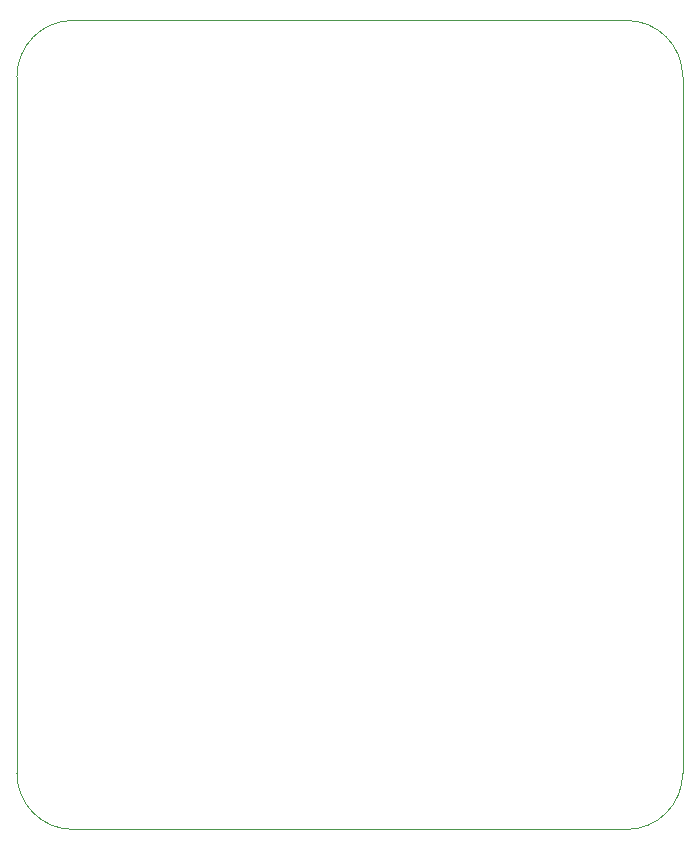
<source format=gbr>
%TF.GenerationSoftware,KiCad,Pcbnew,9.0.6*%
%TF.CreationDate,2025-11-30T17:52:58+02:00*%
%TF.ProjectId,laserboard,6c617365-7262-46f6-9172-642e6b696361,rev?*%
%TF.SameCoordinates,Original*%
%TF.FileFunction,Profile,NP*%
%FSLAX46Y46*%
G04 Gerber Fmt 4.6, Leading zero omitted, Abs format (unit mm)*
G04 Created by KiCad (PCBNEW 9.0.6) date 2025-11-30 17:52:58*
%MOMM*%
%LPD*%
G01*
G04 APERTURE LIST*
%TA.AperFunction,Profile*%
%ADD10C,0.050000*%
%TD*%
G04 APERTURE END LIST*
D10*
X102849999Y-97649999D02*
X149710001Y-97649999D01*
X154460001Y-102400000D02*
X154460000Y-161400000D01*
X98099999Y-102399999D02*
G75*
G02*
X102849999Y-97649999I4750001J-1D01*
G01*
X149710001Y-97649999D02*
G75*
G02*
X154460001Y-102399999I-1J-4750001D01*
G01*
X102849999Y-166150001D02*
G75*
G02*
X98099999Y-161400001I1J4750001D01*
G01*
X154460000Y-161400000D02*
G75*
G02*
X149710000Y-166150000I-4750000J0D01*
G01*
X98099999Y-161400001D02*
X98099999Y-102399999D01*
X149710000Y-166150000D02*
X102849999Y-166150000D01*
M02*

</source>
